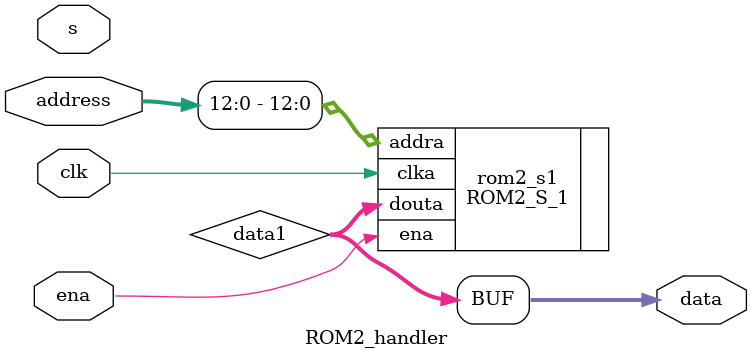
<source format=v>
`timescale 1ns / 1ps


module ROM2_handler(
clk,
   ena,
   s,
   address,
   
   data
);

input clk;
input ena;
input [3:0] s;
input [15:0] address;

output [255:0] data;


wire [255:0] data1;
//wire [255:0] data2;

ROM2_S_1 rom2_s1 (
  .clka(clk),    // input wire clka
  .ena(ena),      // input wire ena
  .addra(address[12:0]),  // input wire [12 : 0] addra
  .douta(data1)  // output wire [255 : 0] douta
);

//ROM2_S_2 rom2_s2 (
//  .clka(clk),    // input wire clka
//  .ena(ena),      // input wire ena
//  .addra(address[14:0]),  // input wire [14 : 0] addra
//  .douta(data2)  // output wire [255 : 0] douta
//);

//assign data = (s == 4'd1)? data1:
//              (s == 4'd2)? data2:
//              0;   
              
assign data = data1;        
                           
endmodule

</source>
